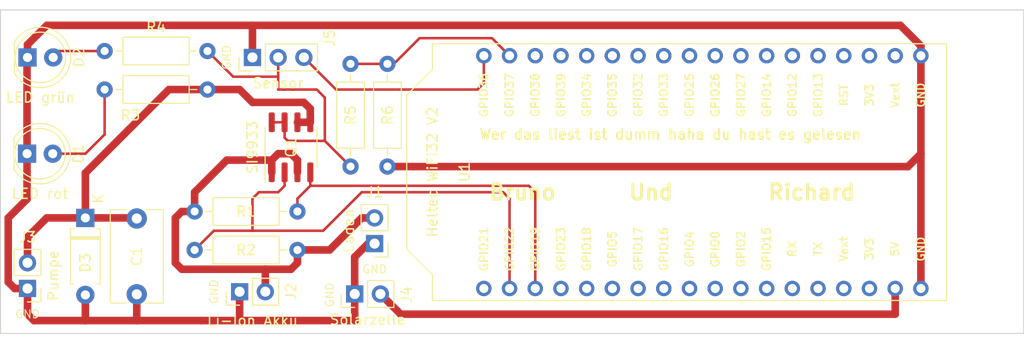
<source format=kicad_pcb>
(kicad_pcb (version 20211014) (generator pcbnew)
  (layers (0 "F.Cu" signal) (31 "B.Cu" signal) (34 "B.Paste" user) (35 "F.Paste" user) (36 "B.SilkS" user "B.Silkscreen") (37 "F.SilkS" user "F.Silkscreen") (38 "B.Mask" user) (39 "F.Mask" user) (44 "Edge.Cuts" user))
  (net 0 "")
  (net 1 "GND")
  (net 2 "Net-(D1-Pad2)")
  (net 3 "Net-(C1-Pad2)")
  (net 4 "Net-(D2-Pad2)")
  (net 5 "Net-(J1-Pad2)")
  (net 21 "Net-(J5-Pad2)")
  (net 22 "Net-(J4-Pad2)")
  (net 37 "Net-(J5-Pad3)")
  (net 38 "Net-(Q1-Pad2)")
  (net 39 "Net-(Q1-Pad4)")
  (net 40 "Net-(R5-Pad1)")
  (footprint "Capacitor_THT:C_Disc_D9.0mm_W5.0mm_P7.50mm" (layer "F.Cu") (at 189.23 100.27 90)
    (fp_text reference "C1" (at 3.75 0 90) (layer "F.SilkS"))
    (fp_text value "10n")
    (fp_line (start -0.87 0.946) (end -0.87 2.62) (layer "F.SilkS") (width 0.12))
    (fp_line (start 8.37 -2.62) (end 8.37 -0.946) (layer "F.SilkS") (width 0.12))
    (fp_line (start 8.37 0.946) (end 8.37 2.62) (layer "F.SilkS") (width 0.12))
    (fp_line (start -0.87 -2.62) (end -0.87 -0.946) (layer "F.SilkS") (width 0.12))
    (fp_line (start -0.87 -2.62) (end 8.37 -2.62) (layer "F.SilkS") (width 0.12))
    (fp_line (start -0.87 2.62) (end 8.37 2.62) (layer "F.SilkS") (width 0.12))
    (pad "1" thru_hole circle (at 0 0 90) (size 2 2) (drill 1) (layers *.Cu *.Mask) (net 1 "GND"))
    (pad "2" thru_hole circle (at 7.5 0 90) (size 2 2) (drill 1) (layers *.Cu *.Mask) (net 3 "Net-(C1-Pad2)"))
  )
  (footprint "LED_THT:LED_D5.0mm" (layer "F.Cu") (at 178.435 76.835)
    (fp_text reference "D2" (at 5.09 0 90) (layer "F.SilkS"))
    (fp_text value "LED grün" (at 1.27 3.96) (layer "F.SilkS"))
    (fp_line (start -1.29 -1.545) (end -1.29 1.545) (layer "F.SilkS") (width 0.12))
    (fp_arc (start -1.29 -1.54483) (mid 2.072002 -2.880433) (end 4.26 0.000462) (layer "F.SilkS") (width 0.12))
    (fp_arc (start 4.26 -0.000462) (mid 2.072002 2.880433) (end -1.29 1.54483) (layer "F.SilkS") (width 0.12))
    (fp_circle (center 1.27 0) (end 3.77 0) (layer "F.SilkS") (width 0.12) (fill none))
    (pad "1" thru_hole rect (at 0 0) (size 1.8 1.8) (drill 0.9) (layers *.Cu *.Mask) (net 1 "GND"))
    (pad "2" thru_hole circle (at 2.54 0) (size 1.8 1.8) (drill 0.9) (layers *.Cu *.Mask) (net 4 "Net-(D2-Pad2)"))
  )
  (footprint "Connector_PinHeader_2.54mm:PinHeader_1x02_P2.54mm_Vertical" (layer "F.Cu") (at 212.725 95.255 180)
    (fp_text reference "J1" (at 0 5.085) (layer "F.SilkS"))
    (fp_text value "Laden" (at 2.54 1.27 90) (layer "F.SilkS"))
    (fp_line (start -1.33 3.87) (end 1.33 3.87) (layer "F.SilkS") (width 0.12))
    (fp_line (start -1.33 0) (end -1.33 -1.33) (layer "F.SilkS") (width 0.12))
    (fp_line (start -1.33 -1.33) (end 0 -1.33) (layer "F.SilkS") (width 0.12))
    (fp_line (start 1.33 1.27) (end 1.33 3.87) (layer "F.SilkS") (width 0.12))
    (fp_line (start -1.33 1.27) (end 1.33 1.27) (layer "F.SilkS") (width 0.12))
    (fp_line (start -1.33 1.27) (end -1.33 3.87) (layer "F.SilkS") (width 0.12))
    (pad "1" thru_hole rect (at 0 0 180) (size 1.7 1.7) (drill 1) (layers *.Cu *.Mask) (net 1 "GND"))
    (pad "2" thru_hole oval (at 0 2.54 180) (size 1.7 1.7) (drill 1) (layers *.Cu *.Mask) (net 5 "Net-(J1-Pad2)"))
  )
  (footprint "MountingHole:MountingHole_3.2mm_M3" (layer "F.Cu") (at 193.04 86.36)
    (fp_text reference " " (at 0 -4.2) (layer "F.SilkS"))
    (fp_text value " ")
    (pad "" np_thru_hole circle (at 0 0) (size 3.2 3.2) (drill 3.2) (layers *.Cu *.Mask))
  )
  (footprint "MountingHole:MountingHole_3.2mm_M3" (layer "F.Cu") (at 273.05 100.33)
    (fp_text reference " ")
    (fp_text value " ")
    (pad "" np_thru_hole circle (at 0 0) (size 3.2 3.2) (drill 3.2) (layers *.Cu *.Mask))
  )
  (footprint "Resistor_THT:R_Axial_DIN0207_L6.3mm_D2.5mm_P10.16mm_Horizontal" (layer "F.Cu") (at 186.055 76.2)
    (fp_text reference "R4" (at 5.08 -2.37) (layer "F.SilkS"))
    (fp_text value "330")
    (fp_line (start 1.04 0) (end 1.81 0) (layer "F.SilkS") (width 0.12))
    (fp_line (start 1.81 1.37) (end 8.35 1.37) (layer "F.SilkS") (width 0.12))
    (fp_line (start 1.81 -1.37) (end 1.81 1.37) (layer "F.SilkS") (width 0.12))
    (fp_line (start 9.12 0) (end 8.35 0) (layer "F.SilkS") (width 0.12))
    (fp_line (start 8.35 1.37) (end 8.35 -1.37) (layer "F.SilkS") (width 0.12))
    (fp_line (start 8.35 -1.37) (end 1.81 -1.37) (layer "F.SilkS") (width 0.12))
    (pad "1" thru_hole circle (at 0 0) (size 1.6 1.6) (drill 0.8) (layers *.Cu *.Mask) (net 4 "Net-(D2-Pad2)"))
    (pad "2" thru_hole oval (at 10.16 0) (size 1.6 1.6) (drill 0.8) (layers *.Cu *.Mask) (net 21 "Net-(J5-Pad2)"))
  )
  (footprint "LED_THT:LED_D5.0mm" (layer "F.Cu") (at 178.39 86.36)
    (fp_text reference "D1" (at 5.09 -0.000462 90) (layer "F.SilkS"))
    (fp_text value "LED rot" (at 1.27 3.96) (layer "F.SilkS"))
    (fp_line (start -1.29 -1.545) (end -1.29 1.545) (layer "F.SilkS") (width 0.12))
    (fp_arc (start 4.26 -0.000462) (mid 2.072002 2.880433) (end -1.29 1.54483) (layer "F.SilkS") (width 0.12))
    (fp_arc (start -1.29 -1.54483) (mid 2.072002 -2.880433) (end 4.26 0.000462) (layer "F.SilkS") (width 0.12))
    (fp_circle (center 1.27 0) (end 3.77 0) (layer "F.SilkS") (width 0.12) (fill none))
    (pad "1" thru_hole rect (at 0 0) (size 1.8 1.8) (drill 0.9) (layers *.Cu *.Mask) (net 1 "GND"))
    (pad "2" thru_hole circle (at 2.54 0) (size 1.8 1.8) (drill 0.9) (layers *.Cu *.Mask) (net 2 "Net-(D1-Pad2)"))
  )
  (footprint "Connector_PinHeader_2.54mm:PinHeader_1x02_P2.54mm_Vertical" (layer "F.Cu") (at 199.39 100.0125 90)
    (fp_text reference "J2" (at 0 5.08 -90) (layer "F.SilkS"))
    (fp_text value "Li-Ion Akku" (at -2.8575 1.27) (layer "F.SilkS"))
    (fp_line (start -1.33 0) (end -1.33 -1.33) (layer "F.SilkS") (width 0.12))
    (fp_line (start -1.33 1.27) (end 1.33 1.27) (layer "F.SilkS") (width 0.12))
    (fp_line (start -1.33 3.87) (end 1.33 3.87) (layer "F.SilkS") (width 0.12))
    (fp_line (start -1.33 1.27) (end -1.33 3.87) (layer "F.SilkS") (width 0.12))
    (fp_line (start -1.33 -1.33) (end 0 -1.33) (layer "F.SilkS") (width 0.12))
    (fp_line (start 1.33 1.27) (end 1.33 3.87) (layer "F.SilkS") (width 0.12))
    (pad "1" thru_hole rect (at 0 0 90) (size 1.7 1.7) (drill 1) (layers *.Cu *.Mask) (net 1 "GND"))
    (pad "2" thru_hole oval (at 0 2.54 90) (size 1.7 1.7) (drill 1) (layers *.Cu *.Mask) (net 5 "Net-(J1-Pad2)"))
  )
  (footprint "Diode_THT:D_A-405_P7.62mm_Horizontal" (layer "F.Cu") (at 184.15 92.71 -90)
    (fp_text reference "D3" (at 4.445 0 90) (layer "F.SilkS"))
    (fp_text value " ")
    (fp_text user "K" (at -1.905 -1.27 90) (layer "F.SilkS"))
    (fp_line (start 1.09 1.14) (end 1.09 1.47) (layer "F.SilkS") (width 0.12))
    (fp_line (start 1.87 -1.47) (end 1.87 1.47) (layer "F.SilkS") (width 0.12))
    (fp_line (start 6.53 -1.47) (end 6.53 -1.14) (layer "F.SilkS") (width 0.12))
    (fp_line (start 6.53 1.47) (end 6.53 1.14) (layer "F.SilkS") (width 0.12))
    (fp_line (start 1.09 -1.14) (end 1.09 -1.47) (layer "F.SilkS") (width 0.12))
    (fp_line (start 1.09 -1.47) (end 6.53 -1.47) (layer "F.SilkS") (width 0.12))
    (fp_line (start 1.09 1.47) (end 6.53 1.47) (layer "F.SilkS") (width 0.12))
    (fp_line (start 1.99 -1.47) (end 1.99 1.47) (layer "F.SilkS") (width 0.12))
    (fp_line (start 2.11 -1.47) (end 2.11 1.47) (layer "F.SilkS") (width 0.12))
    (pad "1" thru_hole rect (at 0 0 270) (size 1.8 1.8) (drill 0.9) (layers *.Cu *.Mask) (net 3 "Net-(C1-Pad2)"))
    (pad "2" thru_hole oval (at 7.62 0 270) (size 1.8 1.8) (drill 0.9) (layers *.Cu *.Mask) (net 1 "GND"))
  )
  (footprint "Package_SO:SOIC-8_3.9x4.9mm_P1.27mm" (layer "F.Cu") (at 204.47 85.725 90)
    (fp_text reference "Q1" (at 0 0 90) (layer "F.SilkS"))
    (fp_text value "SI9933" (at 0 -3.81 90) (layer "F.SilkS"))
    (fp_line (start 0 2.56) (end 1.95 2.56) (layer "F.SilkS") (width 0.12))
    (fp_line (start 0 2.56) (end -1.95 2.56) (layer "F.SilkS") (width 0.12))
    (fp_line (start 0 -2.56) (end 1.95 -2.56) (layer "F.SilkS") (width 0.12))
    (fp_line (start 0 -2.56) (end -3.45 -2.56) (layer "F.SilkS") (width 0.12))
    (pad "1" smd roundrect (at -2.475 -1.905 90) (size 1.95 0.6) (layers "F.Cu" "F.Paste" "F.Mask") (net 5 "Net-(J1-Pad2)"))
    (pad "2" smd roundrect (at -2.475 -0.635 90) (size 1.95 0.6) (layers "F.Cu" "F.Paste" "F.Mask") (net 38 "Net-(Q1-Pad2)"))
    (pad "3" smd roundrect (at -2.475 0.635 90) (size 1.95 0.6) (layers "F.Cu" "F.Paste" "F.Mask") (net 5 "Net-(J1-Pad2)"))
    (pad "4" smd roundrect (at -2.475 1.905 90) (size 1.95 0.6) (layers "F.Cu" "F.Paste" "F.Mask") (net 39 "Net-(Q1-Pad4)"))
    (pad "5" smd roundrect (at 2.475 1.905 90) (size 1.95 0.6) (layers "F.Cu" "F.Paste" "F.Mask") (net 3 "Net-(C1-Pad2)"))
    (pad "6" smd roundrect (at 2.475 0.635 90) (size 1.95 0.6) (layers "F.Cu" "F.Paste" "F.Mask") (net 3 "Net-(C1-Pad2)"))
    (pad "7" smd roundrect (at 2.475 -0.635 90) (size 1.95 0.6) (layers "F.Cu" "F.Paste" "F.Mask") (net 21 "Net-(J5-Pad2)"))
    (pad "8" smd roundrect (at 2.475 -1.905 90) (size 1.95 0.6) (layers "F.Cu" "F.Paste" "F.Mask") (net 21 "Net-(J5-Pad2)"))
  )
  (footprint "Resistor_THT:R_Axial_DIN0207_L6.3mm_D2.5mm_P10.16mm_Horizontal" (layer "F.Cu") (at 194.945 92.075)
    (fp_text reference "R1" (at 5.08 0) (layer "F.SilkS"))
    (fp_text value "47k")
    (fp_line (start 8.35 1.37) (end 8.35 -1.37) (layer "F.SilkS") (width 0.12))
    (fp_line (start 8.35 -1.37) (end 1.81 -1.37) (layer "F.SilkS") (width 0.12))
    (fp_line (start 1.04 0) (end 1.81 0) (layer "F.SilkS") (width 0.12))
    (fp_line (start 9.12 0) (end 8.35 0) (layer "F.SilkS") (width 0.12))
    (fp_line (start 1.81 1.37) (end 8.35 1.37) (layer "F.SilkS") (width 0.12))
    (fp_line (start 1.81 -1.37) (end 1.81 1.37) (layer "F.SilkS") (width 0.12))
    (pad "1" thru_hole circle (at 0 0) (size 1.6 1.6) (drill 0.8) (layers *.Cu *.Mask) (net 5 "Net-(J1-Pad2)"))
    (pad "2" thru_hole oval (at 10.16 0) (size 1.6 1.6) (drill 0.8) (layers *.Cu *.Mask) (net 39 "Net-(Q1-Pad4)"))
  )
  (footprint "Resistor_THT:R_Axial_DIN0207_L6.3mm_D2.5mm_P10.16mm_Horizontal" (layer "F.Cu") (at 205.105 95.885 180)
    (fp_text reference "R2" (at 5.08 0) (layer "F.SilkS"))
    (fp_text value "47k")
    (fp_line (start 8.35 1.37) (end 8.35 -1.37) (layer "F.SilkS") (width 0.12))
    (fp_line (start 1.81 1.37) (end 8.35 1.37) (layer "F.SilkS") (width 0.12))
    (fp_line (start 8.35 -1.37) (end 1.81 -1.37) (layer "F.SilkS") (width 0.12))
    (fp_line (start 1.81 -1.37) (end 1.81 1.37) (layer "F.SilkS") (width 0.12))
    (fp_line (start 1.04 0) (end 1.81 0) (layer "F.SilkS") (width 0.12))
    (fp_line (start 9.12 0) (end 8.35 0) (layer "F.SilkS") (width 0.12))
    (pad "1" thru_hole circle (at 0 0 180) (size 1.6 1.6) (drill 0.8) (layers *.Cu *.Mask) (net 5 "Net-(J1-Pad2)"))
    (pad "2" thru_hole oval (at 10.16 0 180) (size 1.6 1.6) (drill 0.8) (layers *.Cu *.Mask) (net 38 "Net-(Q1-Pad2)"))
  )
  (footprint "HeltecLibs:HeltecWifi32" (layer "F.Cu") (at 241.3 88.18 -90)
    (fp_text reference "U1" (at 0 19.685 90) (layer "F.SilkS"))
    (fp_text value "Heltec_WiFi32_V2")
    (fp_text user "Vext" (at -7.62 -22.86 90) (layer "F.SilkS") (effects (font (size 0.8 0.8))))
    (fp_text user "3V3" (at 7.62 -20.32 90) (layer "F.SilkS") (effects (font (size 0.8 0.8))))
    (fp_text user "3V3" (at -7.62 -20.32 90) (layer "F.SilkS") (effects (font (size 0.8 0.8))))
    (fp_text user "GND" (at -7.62 -25.4 90) (layer "F.SilkS") (effects (font (size 0.8 0.8))))
    (fp_text user "GPIO15" (at 7.62 -10.16 90) (layer "F.SilkS") (effects (font (size 0.8 0.8))))
    (fp_text user "GPIO4" (at 7.62 -2.54 90) (layer "F.SilkS") (effects (font (size 0.8 0.8))))
    (fp_text user "GPIO35" (at -7.62 5.08 90) (layer "F.SilkS") (effects (font (size 0.8 0.8))))
    (fp_text user "GPIO2" (at 7.62 -7.62 90) (layer "F.SilkS") (effects (font (size 0.8 0.8))))
    (fp_text user "GPIO36" (at -7.62 17.78 90) (layer "F.SilkS") (effects (font (size 0.8 0.8))))
    (fp_text user "GPIO0" (at 7.62 -5.08 90) (layer "F.SilkS") (effects (font (size 0.8 0.8))))
    (fp_text user "GPIO38" (at -7.62 12.7 90) (layer "F.SilkS") (effects (font (size 0.8 0.8))))
    (fp_text user "GND" (at 7.62 -25.4 90) (layer "F.SilkS") (effects (font (size 0.8 0.8))))
    (fp_text user "GPIO19" (at 7.62 12.7 90) (layer "F.SilkS") (effects (font (size 0.8 0.8))))
    (fp_text user "GPIO34" (at -7.62 7.62 90) (layer "F.SilkS") (effects (font (size 0.8 0.8))))
    (fp_text user "GPIO14" (at -7.62 -10.16 90) (layer "F.SilkS") (effects (font (size 0.8 0.8))))
    (fp_text user "GPIO13" (at -7.62 -15.24 90) (layer "F.SilkS") (effects (font (size 0.8 0.8))))
    (fp_text user "GPIO22" (at 7.62 15.24 90) (layer "F.SilkS") (effects (font (size 0.8 0.8))))
    (fp_text user "TX" (at 7.62 -15.24 90) (layer "F.SilkS") (effects (font (size 0.8 0.8))))
    (fp_text user "Heltec WiFi32 V2" (at 0 22.86 90) (layer "F.SilkS"))
    (fp_text user "GPIO32" (at -7.62 2.54 90) (layer "F.SilkS") (effects (font (size 0.8 0.8))))
    (fp_text user "GPIO37" (at -7.62 15.24 90) (layer "F.SilkS") (effects (font (size 0.8 0.8))))
    (fp_text user "Vext" (at 7.62 -17.78 90) (layer "F.SilkS") (effects (font (size 0.8 0.8))))
    (fp_text user "RX" (at 7.62 -12.7 90) (layer "F.SilkS") (effects (font (size 0.8 0.8))))
    (fp_text user "GPIO25" (at -7.62 -2.54 90) (layer "F.SilkS") (effects (font (size 0.8 0.8))))
    (fp_text user "GPIO33" (at -7.62 0 90) (layer "F.SilkS") (effects (font (size 0.8 0.8))))
    (fp_text user "GPIO18" (at 7.62 7.62 90) (layer "F.SilkS") (effects (font (size 0.8 0.8))))
    (fp_text user "GPIO17" (at 7.62 2.54 90) (layer "F.SilkS") (effects (font (size 0.8 0.8))))
    (fp_text user "GPIO27" (at -7.62 -7.62 90) (layer "F.SilkS") (effects (font (size 0.8 0.8))))
    (fp_text user "GPIO26" (at -7.62 -5.08 90) (layer "F.SilkS") (effects (font (size 0.8 0.8))))
    (fp_text user "GPIO39" (at -7.62 10.16 90) (layer "F.SilkS") (effects (font (size 0.8 0.8))))
    (fp_text user "GPIO16" (at 7.62 0 90) (layer "F.SilkS") (effects (font (size 0.8 0.8))))
    (fp_text user "RST" (at -7.62 -17.78 90) (layer "F.SilkS") (effects (font (size 0.8 0.8))))
    (fp_text user "GPIO23" (at 7.62 10.16 90) (layer "F.SilkS") (effects (font (size 0.8 0.8))))
    (fp_text user "GPIO21" (at 7.62 17.78 90) (layer "F.SilkS") (effects (font (size 0.8 0.8))))
    (fp_text user "5V" (at 7.62 -22.86 90) (layer "F.SilkS") (effects (font (size 0.8 0.8))))
    (fp_text user "GPIO12" (at -7.62 -12.7 90) (layer "F.SilkS") (effects (font (size 0.8 0.8))))
    (fp_text user "GPIO5" (at 7.62 5.08 90) (layer "F.SilkS") (effects (font (size 0.8 0.8))))
    (fp_line (start -12.7 17.78) (end -12.7 22.86) (layer "F.SilkS") (width 0.12))
    (fp_line (start 10.16 22.86) (end 12.7 22.86) (layer "F.SilkS") (width 0.12))
    (fp_line (start -10.16 22.86) (end -7.62 25.4) (layer "F.SilkS") (width 0.12))
    (fp_line (start 7.62 25.4) (end 10.16 22.86) (layer "F.SilkS") (width 0.12))
    (fp_line (start 12.7 22.86) (end 12.7 17.78) (layer "F.SilkS") (width 0.12))
    (fp_line (start -12.7 -27.94) (end 12.7 -27.94) (layer "F.SilkS") (width 0.12))
    (fp_line (start -12.7 22.86) (end -10.16 22.86) (layer "F.SilkS") (width 0.12))
    (fp_line (start -7.62 25.4) (end 7.62 25.4) (layer "F.SilkS") (width 0.12))
    (fp_line (start -12.7 -27.94) (end -12.7 17.78) (layer "F.SilkS") (width 0.12))
    (fp_line (start 12.7 17.78) (end 12.7 -27.94) (layer "F.SilkS") (width 0.12))
    (pad "1" thru_hole circle (at -11.515 -25.4 270) (size 1.524 1.524) (drill 0.9) (layers *.Cu *.Mask) (net 1 "GND"))
    (pad "2" thru_hole circle (at -11.515 -22.86 270) (size 1.524 1.524) (drill 0.9) (layers *.Cu *.Mask))
    (pad "3" thru_hole circle (at -11.515 -20.32 270) (size 1.524 1.524) (drill 0.9) (layers *.Cu *.Mask))
    (pad "4" thru_hole circle (at -11.515 -17.78 270) (size 1.524 1.524) (drill 0.9) (layers *.Cu *.Mask))
    (pad "5" thru_hole circle (at -11.515 -15.24 270) (size 1.524 1.524) (drill 0.9) (layers *.Cu *.Mask))
    (pad "6" thru_hole circle (at -11.515 -12.7 270) (size 1.524 1.524) (drill 0.9) (layers *.Cu *.Mask))
    (pad "7" thru_hole circle (at -11.515 -10.16 270) (size 1.524 1.524) (drill 0.9) (layers *.Cu *.Mask))
    (pad "8" thru_hole circle (at -11.515 -7.62 270) (size 1.524 1.524) (drill 0.9) (layers *.Cu *.Mask))
    (pad "9" thru_hole circle (at -11.515 -5.08 270) (size 1.524 1.524) (drill 0.9) (layers *.Cu *.Mask))
    (pad "10" thru_hole circle (at -11.515 -2.54 270) (size 1.524 1.524) (drill 0.9) (layers *.Cu *.Mask))
    (pad "11" thru_hole circle (at -11.515 0 270) (size 1.524 1.524) (drill 0.9) (layers *.Cu *.Mask))
    (pad "12" thru_hole circle (at -11.515 2.54 270) (size 1.524 1.524) (drill 0.9) (layers *.Cu *.Mask))
    (pad "13" thru_hole circle (at -11.515 5.08 270) (size 1.524 1.524) (drill 0.9) (layers *.Cu *.Mask))
    (pad "14" thru_hole circle (at -11.515 7.62 270) (size 1.524 1.524) (drill 0.9) (layers *.Cu *.Mask))
    (pad "15" thru_hole circle (at -11.515 10.16 270) (size 1.524 1.524) (drill 0.9) (layers *.Cu *.Mask))
    (pad "16" thru_hole circle (at -11.515 12.7 270) (size 1.524 1.524) (drill 0.9) (layers *.Cu *.Mask))
    (pad "17" thru_hole circle (at -11.515 15.24 270) (size 1.524 1.524) (drill 0.9) (layers *.Cu *.Mask) (net 40 "Net-(R5-Pad1)"))
    (pad "18" thru_hole circle (at -11.515 17.78 270) (size 1.524 1.524) (drill 0.9) (layers *.Cu *.Mask) (net 37 "Net-(J5-Pad3)"))
    (pad "19" thru_hole circle (at 11.515 17.78 270) (size 1.524 1.524) (drill 0.9) (layers *.Cu *.Mask))
    (pad "20" thru_hole circle (at 11.515 15.24 270) (size 1.524 1.524) (drill 0.9) (layers *.Cu *.Mask) (net 38 "Net-(Q1-Pad2)"))
    (pad "21" thru_hole circle (at 11.515 12.7 270) (size 1.524 1.524) (drill 0.9) (layers *.Cu *.Mask) (net 39 "Net-(Q1-Pad4)"))
    (pad "22" thru_hole circle (at 11.515 10.16 270) (size 1.524 1.524) (drill 0.9) (layers *.Cu *.Mask))
    (pad "23" thru_hole circle (at 11.515 7.62 270) (size 1.524 1.524) (drill 0.9) (layers *.Cu *.Mask))
    (pad "24" thru_hole circle (at 11.515 5.08 270) (size 1.524 1.524) (drill 0.9) (layers *.Cu *.Mask))
    (pad "25" thru_hole circle (at 11.515 2.54 270) (size 1.524 1.524) (drill 0.9) (layers *.Cu *.Mask))
    (pad "26" thru_hole circle (at 11.515 0 270) (size 1.524 1.524) (drill 0.9) (layers *.Cu *.Mask))
    (pad "27" thru_hole circle (at 11.515 -2.54 270) (size 1.524 1.524) (drill 0.9) (layers *.Cu *.Mask))
    (pad "28" thru_hole circle (at 11.515 -5.08 270) (size 1.524 1.524) (drill 0.9) (layers *.Cu *.Mask))
    (pad "29" thru_hole circle (at 11.515 -7.62 270) (size 1.524 1.524) (drill 0.9) (layers *.Cu *.Mask))
    (pad "30" thru_hole circle (at 11.515 -10.16 270) (size 1.524 1.524) (drill 0.9) (layers *.Cu *.Mask))
    (pad "31" thru_hole circle (at 11.515 -12.7 270) (size 1.524 1.524) (drill 0.9) (layers *.Cu *.Mask))
    (pad "32" thru_hole circle (at 11.515 -15.24 270) (size 1.524 1.524) (drill 0.9) (layers *.Cu *.Mask))
    (pad "33" thru_hole circle (at 11.515 -17.78 270) (size 1.524 1.524) (drill 0.9) (layers *.Cu *.Mask))
    (pad "34" thru_hole circle (at 11.515 -20.32 270) (size 1.524 1.524) (drill 0.9) (layers *.Cu *.Mask))
    (pad "35" thru_hole circle (at 11.515 -22.86 270) (size 1.524 1.524) (drill 0.9) (layers *.Cu *.Mask) (net 22 "Net-(J4-Pad2)"))
    (pad "36" thru_hole circle (at 11.515 -25.4 270) (size 1.524 1.524) (drill 0.9) (layers *.Cu *.Mask) (net 1 "GND"))
  )
  (footprint "Resistor_THT:R_Axial_DIN0207_L6.3mm_D2.5mm_P10.16mm_Horizontal" (layer "F.Cu") (at 186.055 80.01)
    (fp_text reference "R3" (at 2.54 2.54) (layer "F.SilkS"))
    (fp_text value "330")
    (fp_line (start 8.35 -1.37) (end 1.81 -1.37) (layer "F.SilkS") (width 0.12))
    (fp_line (start 1.81 -1.37) (end 1.81 1.37) (layer "F.SilkS") (width 0.12))
    (fp_line (start 1.81 1.37) (end 8.35 1.37) (layer "F.SilkS") (width 0.12))
    (fp_line (start 8.35 1.37) (end 8.35 -1.37) (layer "F.SilkS") (width 0.12))
    (fp_line (start 1.04 0) (end 1.81 0) (layer "F.SilkS") (width 0.12))
    (fp_line (start 9.12 0) (end 8.35 0) (layer "F.SilkS") (width 0.12))
    (pad "1" thru_hole circle (at 0 0) (size 1.6 1.6) (drill 0.8) (layers *.Cu *.Mask) (net 2 "Net-(D1-Pad2)"))
    (pad "2" thru_hole oval (at 10.16 0) (size 1.6 1.6) (drill 0.8) (layers *.Cu *.Mask) (net 3 "Net-(C1-Pad2)"))
  )
  (footprint "Connector_PinHeader_2.54mm:PinHeader_1x02_P2.54mm_Vertical" (layer "F.Cu") (at 178.435 99.695 180)
    (fp_text reference "J3" (at 0 5.08) (layer "F.SilkS"))
    (fp_text value "Pumpe" (at -2.54 1.27 90) (layer "F.SilkS"))
    (fp_line (start -1.33 -1.33) (end 0 -1.33) (layer "F.SilkS") (width 0.12))
    (fp_line (start 1.33 1.27) (end 1.33 3.87) (layer "F.SilkS") (width 0.12))
    (fp_line (start -1.33 3.87) (end 1.33 3.87) (layer "F.SilkS") (width 0.12))
    (fp_line (start -1.33 0) (end -1.33 -1.33) (layer "F.SilkS") (width 0.12))
    (fp_line (start -1.33 1.27) (end -1.33 3.87) (layer "F.SilkS") (width 0.12))
    (fp_line (start -1.33 1.27) (end 1.33 1.27) (layer "F.SilkS") (width 0.12))
    (pad "1" thru_hole rect (at 0 0 180) (size 1.7 1.7) (drill 1) (layers *.Cu *.Mask) (net 1 "GND"))
    (pad "2" thru_hole oval (at 0 2.54 180) (size 1.7 1.7) (drill 1) (layers *.Cu *.Mask) (net 3 "Net-(C1-Pad2)"))
  )
  (footprint "Connector_PinHeader_2.54mm:PinHeader_1x02_P2.54mm_Vertical" (layer "F.Cu") (at 210.76 100.24 90)
    (fp_text reference "J4" (at -0.09 5.14 90) (layer "F.SilkS"))
    (fp_text value "Solarzelle" (at -2.54 1.27) (layer "F.SilkS"))
    (fp_line (start 1.33 1.27) (end 1.33 3.87) (layer "F.SilkS") (width 0.12))
    (fp_line (start -1.33 1.27) (end 1.33 1.27) (layer "F.SilkS") (width 0.12))
    (fp_line (start -1.33 3.87) (end 1.33 3.87) (layer "F.SilkS") (width 0.12))
    (fp_line (start -1.33 1.27) (end -1.33 3.87) (layer "F.SilkS") (width 0.12))
    (fp_line (start -1.33 0) (end -1.33 -1.33) (layer "F.SilkS") (width 0.12))
    (fp_line (start -1.33 -1.33) (end 0 -1.33) (layer "F.SilkS") (width 0.12))
    (pad "1" thru_hole rect (at 0 0 90) (size 1.7 1.7) (drill 1) (layers *.Cu *.Mask) (net 1 "GND"))
    (pad "2" thru_hole oval (at 0 2.54 90) (size 1.7 1.7) (drill 1) (layers *.Cu *.Mask) (net 22 "Net-(J4-Pad2)"))
  )
  (footprint "Resistor_THT:R_Axial_DIN0207_L6.3mm_D2.5mm_P10.16mm_Horizontal" (layer "F.Cu") (at 210.35 77.47 -90)
    (fp_text reference "R5" (at 5.08 0 -90) (layer "F.SilkS"))
    (fp_text value "47k")
    (fp_line (start 8.35 1.37) (end 8.35 -1.37) (layer "F.SilkS") (width 0.12))
    (fp_line (start 1.04 0) (end 1.81 0) (layer "F.SilkS") (width 0.12))
    (fp_line (start 9.12 0) (end 8.35 0) (layer "F.SilkS") (width 0.12))
    (fp_line (start 8.35 -1.37) (end 1.81 -1.37) (layer "F.SilkS") (width 0.12))
    (fp_line (start 1.81 1.37) (end 8.35 1.37) (layer "F.SilkS") (width 0.12))
    (fp_line (start 1.81 -1.37) (end 1.81 1.37) (layer "F.SilkS") (width 0.12))
    (pad "1" thru_hole circle (at 0 0 270) (size 1.6 1.6) (drill 0.8) (layers *.Cu *.Mask) (net 40 "Net-(R5-Pad1)"))
    (pad "2" thru_hole oval (at 10.16 0 270) (size 1.6 1.6) (drill 0.8) (layers *.Cu *.Mask) (net 21 "Net-(J5-Pad2)"))
  )
  (footprint "MountingHole:MountingHole_3.2mm_M3" (layer "F.Cu") (at 273.304 76.2)
    (fp_text reference " " (at 0 -4.2) (layer "F.SilkS"))
    (fp_text value " ")
    (pad "" np_thru_hole circle (at 0 0) (size 3.2 3.2) (drill 3.2) (layers *.Cu *.Mask))
  )
  (footprint "Connector_PinHeader_2.54mm:PinHeader_1x03_P2.54mm_Vertical" (layer "F.Cu") (at 200.66 76.835 90)
    (fp_text reference "J5" (at 1.905 7.62 270) (layer "F.SilkS"))
    (fp_text value "Sensor" (at -2.54 2.54) (layer "F.SilkS"))
    (fp_line (start 1.33 1.27) (end 1.33 6.41) (layer "F.SilkS") (width 0.12))
    (fp_line (start -1.33 6.41) (end 1.33 6.41) (layer "F.SilkS") (width 0.12))
    (fp_line (start -1.33 -1.33) (end 0 -1.33) (layer "F.SilkS") (width 0.12))
    (fp_line (start -1.33 1.27) (end 1.33 1.27) (layer "F.SilkS") (width 0.12))
    (fp_line (start -1.33 0) (end -1.33 -1.33) (layer "F.SilkS") (width 0.12))
    (fp_line (start -1.33 1.27) (end -1.33 6.41) (layer "F.SilkS") (width 0.12))
    (pad "1" thru_hole rect (at 0 0 90) (size 1.7 1.7) (drill 1) (layers *.Cu *.Mask) (net 1 "GND"))
    (pad "2" thru_hole oval (at 0 2.54 90) (size 1.7 1.7) (drill 1) (layers *.Cu *.Mask) (net 21 "Net-(J5-Pad2)"))
    (pad "3" thru_hole oval (at 0 5.08 90) (size 1.7 1.7) (drill 1) (layers *.Cu *.Mask) (net 37 "Net-(J5-Pad3)"))
  )
  (footprint "Resistor_THT:R_Axial_DIN0207_L6.3mm_D2.5mm_P10.16mm_Horizontal" (layer "F.Cu") (at 213.995 87.63 90)
    (fp_text reference "R6" (at 5.08 0 90) (layer "F.SilkS"))
    (fp_text value "47k")
    (fp_line (start 1.04 0) (end 1.81 0) (layer "F.SilkS") (width 0.12))
    (fp_line (start 8.35 -1.37) (end 1.81 -1.37) (layer "F.SilkS") (width 0.12))
    (fp_line (start 9.12 0) (end 8.35 0) (layer "F.SilkS") (width 0.12))
    (fp_line (start 1.81 -1.37) (end 1.81 1.37) (layer "F.SilkS") (width 0.12))
    (fp_line (start 1.81 1.37) (end 8.35 1.37) (layer "F.SilkS") (width 0.12))
    (fp_line (start 8.35 1.37) (end 8.35 -1.37) (layer "F.SilkS") (width 0.12))
    (pad "1" thru_hole circle (at 0 0 90) (size 1.6 1.6) (drill 0.8) (layers *.Cu *.Mask) (net 1 "GND"))
    (pad "2" thru_hole oval (at 10.16 0 90) (size 1.6 1.6) (drill 0.8) (layers *.Cu *.Mask) (net 40 "Net-(R5-Pad1)"))
  )
  (gr_line (start 276.86 72.136) (end 276.86 104.14) (layer "Edge.Cuts") (width 0.1))
  (gr_line (start 276.86 104.14) (end 175.768 104.14) (layer "Edge.Cuts") (width 0.1))
  (gr_line (start 175.768 104.14) (end 175.768 72.136) (layer "Edge.Cuts") (width 0.1))
  (gr_line (start 175.768 72.136) (end 276.86 72.136) (layer "Edge.Cuts") (width 0.1))
  (gr_text "Bruno" (at 227.33 90.17) (layer "F.SilkS") (effects (font (size 1.5 1.5) (thickness 0.3))))
  (gr_text "GND" (at 198.12 76.835 90) (layer "F.SilkS") (effects (font (size 0.8 0.8) (thickness 0.1))))
  (gr_text "Und" (at 240.03 90.17) (layer "F.SilkS") (effects (font (size 1.5 1.5) (thickness 0.3))))
  (gr_text "Richard" (at 255.905 90.17) (layer "F.SilkS") (effects (font (size 1.5 1.5) (thickness 0.3))))
  (gr_text "GND" (at 208.28 100.33 90) (layer "F.SilkS") (effects (font (size 0.8 0.8) (thickness 0.1))))
  (gr_text "GND" (at 178.435 102.235) (layer "F.SilkS") (effects (font (size 0.8 0.8) (thickness 0.1))))
  (gr_text "GND" (at 212.725 97.79) (layer "F.SilkS") (effects (font (size 0.8 0.8) (thickness 0.1))))
  (gr_text "GND" (at 196.85 100.0125 90) (layer "F.SilkS") (effects (font (size 0.8 0.8) (thickness 0.1))))
  (gr_text "Wer das liest ist dumm haha du hast es gelesen" (at 241.935 84.455) (layer "F.SilkS") (effects (font (size 1 1) (thickness 0.2))))
  (segment (start 212.085 95.255) (end 210.76 96.58) (width 0.75) (layer "F.Cu") (net 1))
  (segment (start 178.435 102.235) (end 179.07 102.87) (width 0.75) (layer "F.Cu") (net 1))
  (segment (start 189.23 102.87) (end 184.15 102.87) (width 0.75) (layer "F.Cu") (net 1))
  (segment (start 201.93 102.87) (end 210.82 102.87) (width 0.75) (layer "F.Cu") (net 1))
  (segment (start 176.53 99.06) (end 177.165 99.695) (width 0.75) (layer "F.Cu") (net 1))
  (segment (start 177.165 99.695) (end 178.435 99.695) (width 0.75) (layer "F.Cu") (net 1))
  (segment (start 176.53 92.71) (end 176.53 99.06) (width 0.75) (layer "F.Cu") (net 1))
  (segment (start 216.525 87.63) (end 213.995 87.63) (width 0.75) (layer "F.Cu") (net 1))
  (segment (start 266.7 86.36) (end 266.7 76.665) (width 0.75) (layer "F.Cu") (net 1))
  (segment (start 216.53 87.635) (end 265.425 87.635) (width 0.75) (layer "F.Cu") (net 1))
  (segment (start 266.7 75.692) (end 266.7 76.665) (width 0.75) (layer "F.Cu") (net 1))
  (segment (start 216.53 87.635) (end 216.525 87.63) (width 0.75) (layer "F.Cu") (net 1))
  (segment (start 200.66 76.835) (end 200.66 73.66) (width 0.75) (layer "F.Cu") (net 1))
  (segment (start 210.82 102.87) (end 210.76 102.81) (width 0.75) (layer "F.Cu") (net 1))
  (segment (start 178.435 76.835) (end 178.435 75.565) (width 0.75) (layer "F.Cu") (net 1))
  (segment (start 264.668 73.66) (end 266.7 75.692) (width 0.75) (layer "F.Cu") (net 1))
  (segment (start 184.15 102.87) (end 179.07 102.87) (width 0.75) (layer "F.Cu") (net 1))
  (segment (start 180.34 73.66) (end 200.66 73.66) (width 0.75) (layer "F.Cu") (net 1))
  (segment (start 212.725 95.255) (end 212.085 95.255) (width 0.75) (layer "F.Cu") (net 1))
  (segment (start 210.76 96.58) (end 210.76 100.24) (width 0.75) (layer "F.Cu") (net 1))
  (segment (start 178.435 99.695) (end 178.435 102.235) (width 0.75) (layer "F.Cu") (net 1))
  (segment (start 199.39 100.0125) (end 199.39 102.87) (width 0.75) (layer "F.Cu") (net 1))
  (segment (start 178.39 90.85) (end 176.53 92.71) (width 0.75) (layer "F.Cu") (net 1))
  (segment (start 195.58 102.87) (end 199.39 102.87) (width 0.75) (layer "F.Cu") (net 1))
  (segment (start 195.58 102.87) (end 189.23 102.87) (width 0.75) (layer "F.Cu") (net 1))
  (segment (start 210.76 102.81) (end 210.76 100.24) (width 0.75) (layer "F.Cu") (net 1))
  (segment (start 178.39 86.36) (end 178.39 76.88) (width 0.75) (layer "F.Cu") (net 1))
  (segment (start 178.39 76.88) (end 178.435 76.835) (width 0.75) (layer "F.Cu") (net 1))
  (segment (start 200.66 73.66) (end 264.668 73.66) (width 0.75) (layer "F.Cu") (net 1))
  (segment (start 266.7 99.695) (end 266.7 86.36) (width 0.75) (layer "F.Cu") (net 1))
  (segment (start 184.15 102.87) (end 184.15 100.33) (width 0.75) (layer "F.Cu") (net 1))
  (segment (start 178.435 75.565) (end 180.34 73.66) (width 0.75) (layer "F.Cu") (net 1))
  (segment (start 189.23 102.87) (end 189.23 100.27) (width 0.75) (layer "F.Cu") (net 1))
  (segment (start 265.425 87.635) (end 266.7 86.36) (width 0.75) (layer "F.Cu") (net 1))
  (segment (start 199.39 102.87) (end 201.93 102.87) (width 0.75) (layer "F.Cu") (net 1))
  (segment (start 178.39 86.36) (end 178.39 90.85) (width 0.75) (layer "F.Cu") (net 1))
  (segment (start 184.15 86.36) (end 180.93 86.36) (width 0.25) (layer "F.Cu") (net 2))
  (segment (start 186.055 80.01) (end 186.055 84.455) (width 0.25) (layer "F.Cu") (net 2))
  (segment (start 186.055 84.455) (end 184.15 86.36) (width 0.25) (layer "F.Cu") (net 2))
  (segment (start 180.34 92.71) (end 178.435 94.615) (width 0.75) (layer "F.Cu") (net 3))
  (segment (start 196.215 80.01) (end 192.405 80.01) (width 0.75) (layer "F.Cu") (net 3))
  (segment (start 205.74 81.28) (end 206.375 81.915) (width 0.75) (layer "F.Cu") (net 3))
  (segment (start 199.39 80.01) (end 200.66 81.28) (width 0.75) (layer "F.Cu") (net 3))
  (segment (start 184.15 92.71) (end 180.34 92.71) (width 0.75) (layer "F.Cu") (net 3))
  (segment (start 200.66 81.28) (end 205.74 81.28) (width 0.75) (layer "F.Cu") (net 3))
  (segment (start 184.15 88.265) (end 184.15 92.71) (width 0.75) (layer "F.Cu") (net 3))
  (segment (start 189.17 92.71) (end 189.23 92.77) (width 0.75) (layer "F.Cu") (net 3))
  (segment (start 206.375 81.915) (end 206.375 83.25) (width 0.75) (layer "F.Cu") (net 3))
  (segment (start 192.405 80.01) (end 184.15 88.265) (width 0.75) (layer "F.Cu") (net 3))
  (segment (start 184.15 92.71) (end 189.17 92.71) (width 0.75) (layer "F.Cu") (net 3))
  (segment (start 196.215 80.01) (end 199.39 80.01) (width 0.75) (layer "F.Cu") (net 3))
  (segment (start 178.435 94.615) (end 178.435 97.155) (width 0.75) (layer "F.Cu") (net 3))
  (segment (start 206.375 83.25) (end 205.105 83.25) (width 0.75) (layer "F.Cu") (net 3))
  (segment (start 181.61 76.2) (end 180.975 76.835) (width 0.25) (layer "F.Cu") (net 4))
  (segment (start 186.055 76.2) (end 181.61 76.2) (width 0.25) (layer "F.Cu") (net 4))
  (segment (start 193.04 92.71) (end 193.04 97.155) (width 0.75) (layer "F.Cu") (net 5))
  (segment (start 205.105 86.995) (end 205.105 88.2) (width 0.75) (layer "F.Cu") (net 5))
  (segment (start 202.565 86.995) (end 198.12 86.995) (width 0.75) (layer "F.Cu") (net 5))
  (segment (start 193.675 92.075) (end 193.04 92.71) (width 0.75) (layer "F.Cu") (net 5))
  (segment (start 193.04 97.155) (end 193.675 97.79) (width 0.75) (layer "F.Cu") (net 5))
  (segment (start 205.105 95.885) (end 208.28 95.885) (width 0.75) (layer "F.Cu") (net 5))
  (segment (start 194.945 92.075) (end 193.675 92.075) (width 0.75) (layer "F.Cu") (net 5))
  (segment (start 205.105 97.155) (end 205.105 95.885) (width 0.75) (layer "F.Cu") (net 5))
  (segment (start 198.12 86.995) (end 194.945 90.17) (width 0.75) (layer "F.Cu") (net 5))
  (segment (start 201.93 97.79) (end 204.47 97.79) (width 0.75) (layer "F.Cu") (net 5))
  (segment (start 203.2 86.36) (end 204.47 86.36) (width 0.75) (layer "F.Cu") (net 5))
  (segment (start 193.675 97.79) (end 201.93 97.79) (width 0.75) (layer "F.Cu") (net 5))
  (segment (start 202.565 86.995) (end 203.2 86.36) (width 0.75) (layer "F.Cu") (net 5))
  (segment (start 201.93 97.79) (end 201.93 100.0125) (width 0.75) (layer "F.Cu") (net 5))
  (segment (start 202.565 88.2) (end 202.565 86.995) (width 0.75) (layer "F.Cu") (net 5))
  (segment (start 204.47 86.36) (end 205.105 86.995) (width 0.75) (layer "F.Cu") (net 5))
  (segment (start 204.47 97.79) (end 205.105 97.155) (width 0.75) (layer "F.Cu") (net 5))
  (segment (start 208.28 95.885) (end 211.45 92.715) (width 0.75) (layer "F.Cu") (net 5))
  (segment (start 194.945 90.17) (end 194.945 92.075) (width 0.75) (layer "F.Cu") (net 5))
  (segment (start 211.45 92.715) (end 212.725 92.715) (width 0.75) (layer "F.Cu") (net 5))
  (segment (start 207.01 80.01) (end 203.2 80.01) (width 0.25) (layer "F.Cu") (net 21))
  (segment (start 203.2 80.01) (end 203.2 78.74) (width 0.25) (layer "F.Cu") (net 21))
  (segment (start 207.81 85.09) (end 210.35 87.63) (width 0.25) (layer "F.Cu") (net 21))
  (segment (start 204.1525 85.09) (end 207.81 85.09) (width 0.25) (layer "F.Cu") (net 21))
  (segment (start 207.81 80.81) (end 207.01 80.01) (width 0.25) (layer "F.Cu") (net 21))
  (segment (start 207.81 85.09) (end 207.81 80.81) (width 0.25) (layer "F.Cu") (net 21))
  (segment (start 203.835 84.7725) (end 204.1525 85.09) (width 0.25) (layer "F.Cu") (net 21))
  (segment (start 203.835 83.25) (end 202.565 83.25) (width 0.25) (layer "F.Cu") (net 21))
  (segment (start 198.755 78.74) (end 203.2 78.74) (width 0.25) (layer "F.Cu") (net 21))
  (segment (start 203.835 83.25) (end 203.835 84.7725) (width 0.25) (layer "F.Cu") (net 21))
  (segment (start 203.2 78.74) (end 203.2 76.835) (width 0.25) (layer "F.Cu") (net 21))
  (segment (start 196.215 76.2) (end 198.755 78.74) (width 0.25) (layer "F.Cu") (net 21))
  (segment (start 264.16 99.695) (end 264.16 102.235) (width 0.75) (layer "F.Cu") (net 22))
  (segment (start 264.16 102.235) (end 215.295 102.235) (width 0.75) (layer "F.Cu") (net 22))
  (segment (start 215.295 102.235) (end 213.3 100.24) (width 0.75) (layer "F.Cu") (net 22))
  (segment (start 222.885 80.01) (end 208.915 80.01) (width 0.25) (layer "F.Cu") (net 37))
  (segment (start 208.915 80.01) (end 205.74 76.835) (width 0.25) (layer "F.Cu") (net 37))
  (segment (start 223.52 76.665) (end 223.52 79.375) (width 0.25) (layer "F.Cu") (net 37))
  (segment (start 223.52 79.375) (end 222.885 80.01) (width 0.25) (layer "F.Cu") (net 37))
  (segment (start 225.425 90.17) (end 226.06 90.805) (width 0.25) (layer "F.Cu") (net 38))
  (segment (start 226.06 90.805) (end 226.06 99.695) (width 0.25) (layer "F.Cu") (net 38))
  (segment (start 207.645 93.98) (end 200.66 93.98) (width 0.25) (layer "F.Cu") (net 38))
  (segment (start 200.66 90.805) (end 200.66 93.98) (width 0.25) (layer "F.Cu") (net 38))
  (segment (start 196.85 93.98) (end 194.945 95.885) (width 0.25) (layer "F.Cu") (net 38))
  (segment (start 225.425 90.17) (end 211.455 90.17) (width 0.25) (layer "F.Cu") (net 38))
  (segment (start 203.2 90.17) (end 201.295 90.17) (width 0.25) (layer "F.Cu") (net 38))
  (segment (start 200.66 93.98) (end 196.85 93.98) (width 0.25) (layer "F.Cu") (net 38))
  (segment (start 201.295 90.17) (end 200.66 90.805) (width 0.25) (layer "F.Cu") (net 38))
  (segment (start 203.835 88.2) (end 203.835 89.535) (width 0.25) (layer "F.Cu") (net 38))
  (segment (start 211.455 90.17) (end 207.645 93.98) (width 0.25) (layer "F.Cu") (net 38))
  (segment (start 203.835 89.535) (end 203.2 90.17) (width 0.25) (layer "F.Cu") (net 38))
  (segment (start 206.375 89.535) (end 205.105 90.805) (width 0.25) (layer "F.Cu") (net 39))
  (segment (start 228.6 90.17) (end 228.6 99.695) (width 0.25) (layer "F.Cu") (net 39))
  (segment (start 227.965 89.535) (end 228.6 90.17) (width 0.25) (layer "F.Cu") (net 39))
  (segment (start 205.105 90.805) (end 205.105 92.075) (width 0.25) (layer "F.Cu") (net 39))
  (segment (start 206.375 89.535) (end 206.375 88.2) (width 0.25) (layer "F.Cu") (net 39))
  (segment (start 206.375 89.535) (end 227.965 89.535) (width 0.25) (layer "F.Cu") (net 39))
  (segment (start 224.325 74.93) (end 226.06 76.665) (width 0.25) (layer "F.Cu") (net 40))
  (segment (start 217.17 74.93) (end 224.325 74.93) (width 0.25) (layer "F.Cu") (net 40))
  (segment (start 210.35 77.47) (end 214.63 77.47) (width 0.25) (layer "F.Cu") (net 40))
  (segment (start 214.63 77.47) (end 217.17 74.93) (width 0.25) (layer "F.Cu") (net 40))
)
</source>
